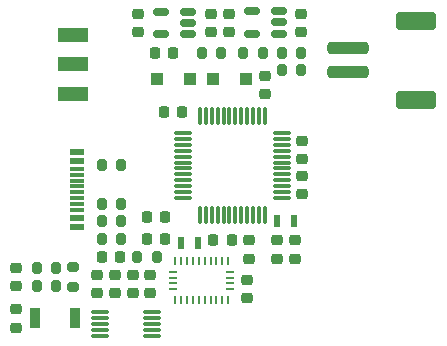
<source format=gtp>
%TF.GenerationSoftware,KiCad,Pcbnew,(7.0.0-0)*%
%TF.CreationDate,2023-03-07T12:57:00-05:00*%
%TF.ProjectId,Spatial Sense Module,53706174-6961-46c2-9053-656e7365204d,rev?*%
%TF.SameCoordinates,Original*%
%TF.FileFunction,Paste,Top*%
%TF.FilePolarity,Positive*%
%FSLAX46Y46*%
G04 Gerber Fmt 4.6, Leading zero omitted, Abs format (unit mm)*
G04 Created by KiCad (PCBNEW (7.0.0-0)) date 2023-03-07 12:57:00*
%MOMM*%
%LPD*%
G01*
G04 APERTURE LIST*
G04 Aperture macros list*
%AMRoundRect*
0 Rectangle with rounded corners*
0 $1 Rounding radius*
0 $2 $3 $4 $5 $6 $7 $8 $9 X,Y pos of 4 corners*
0 Add a 4 corners polygon primitive as box body*
4,1,4,$2,$3,$4,$5,$6,$7,$8,$9,$2,$3,0*
0 Add four circle primitives for the rounded corners*
1,1,$1+$1,$2,$3*
1,1,$1+$1,$4,$5*
1,1,$1+$1,$6,$7*
1,1,$1+$1,$8,$9*
0 Add four rect primitives between the rounded corners*
20,1,$1+$1,$2,$3,$4,$5,0*
20,1,$1+$1,$4,$5,$6,$7,0*
20,1,$1+$1,$6,$7,$8,$9,0*
20,1,$1+$1,$8,$9,$2,$3,0*%
G04 Aperture macros list end*
%ADD10RoundRect,0.250001X1.449999X-0.499999X1.449999X0.499999X-1.449999X0.499999X-1.449999X-0.499999X0*%
%ADD11RoundRect,0.250000X1.500000X-0.250000X1.500000X0.250000X-1.500000X0.250000X-1.500000X-0.250000X0*%
%ADD12RoundRect,0.225000X0.250000X-0.225000X0.250000X0.225000X-0.250000X0.225000X-0.250000X-0.225000X0*%
%ADD13RoundRect,0.225000X0.225000X0.250000X-0.225000X0.250000X-0.225000X-0.250000X0.225000X-0.250000X0*%
%ADD14RoundRect,0.225000X-0.225000X-0.250000X0.225000X-0.250000X0.225000X0.250000X-0.225000X0.250000X0*%
%ADD15RoundRect,0.225000X-0.250000X0.225000X-0.250000X-0.225000X0.250000X-0.225000X0.250000X0.225000X0*%
%ADD16RoundRect,0.250000X-0.300000X-0.300000X0.300000X-0.300000X0.300000X0.300000X-0.300000X0.300000X0*%
%ADD17RoundRect,0.200000X-0.200000X-0.275000X0.200000X-0.275000X0.200000X0.275000X-0.200000X0.275000X0*%
%ADD18R,2.500000X1.250000*%
%ADD19RoundRect,0.075000X-0.650000X-0.075000X0.650000X-0.075000X0.650000X0.075000X-0.650000X0.075000X0*%
%ADD20RoundRect,0.200000X0.200000X0.275000X-0.200000X0.275000X-0.200000X-0.275000X0.200000X-0.275000X0*%
%ADD21R,0.254000X0.675000*%
%ADD22R,0.675000X0.254000*%
%ADD23RoundRect,0.250000X0.300000X0.300000X-0.300000X0.300000X-0.300000X-0.300000X0.300000X-0.300000X0*%
%ADD24RoundRect,0.150000X0.512500X0.150000X-0.512500X0.150000X-0.512500X-0.150000X0.512500X-0.150000X0*%
%ADD25RoundRect,0.075000X0.662500X0.075000X-0.662500X0.075000X-0.662500X-0.075000X0.662500X-0.075000X0*%
%ADD26RoundRect,0.075000X0.075000X0.662500X-0.075000X0.662500X-0.075000X-0.662500X0.075000X-0.662500X0*%
%ADD27RoundRect,0.218750X0.256250X-0.218750X0.256250X0.218750X-0.256250X0.218750X-0.256250X-0.218750X0*%
%ADD28R,0.600000X1.100000*%
%ADD29R,1.150000X0.600000*%
%ADD30R,1.150000X0.300000*%
%ADD31R,0.900000X1.700000*%
%ADD32RoundRect,0.200000X0.275000X-0.200000X0.275000X0.200000X-0.275000X0.200000X-0.275000X-0.200000X0*%
G04 APERTURE END LIST*
D10*
%TO.C,J2*%
X213050000Y-131000000D03*
X213050000Y-124300000D03*
D11*
X207300000Y-126650000D03*
X207300000Y-128650000D03*
%TD*%
D12*
%TO.C,C3*%
X189050000Y-147375000D03*
X189050000Y-145825000D03*
%TD*%
%TO.C,C23*%
X200250000Y-130550000D03*
X200250000Y-129000000D03*
%TD*%
D13*
%TO.C,C22*%
X191825000Y-140950000D03*
X190275000Y-140950000D03*
%TD*%
D14*
%TO.C,C9*%
X190950000Y-127000000D03*
X192500000Y-127000000D03*
%TD*%
D12*
%TO.C,C1*%
X190550000Y-147375000D03*
X190550000Y-145825000D03*
%TD*%
%TO.C,C5*%
X186050000Y-147375000D03*
X186050000Y-145825000D03*
%TD*%
D15*
%TO.C,C12*%
X203380000Y-137465000D03*
X203380000Y-139015000D03*
%TD*%
D12*
%TO.C,C18*%
X202800000Y-144450000D03*
X202800000Y-142900000D03*
%TD*%
D14*
%TO.C,C4*%
X186475000Y-144300000D03*
X188025000Y-144300000D03*
%TD*%
D12*
%TO.C,C24*%
X203380000Y-136055000D03*
X203380000Y-134505000D03*
%TD*%
D16*
%TO.C,D2*%
X195850000Y-129250000D03*
X198650000Y-129250000D03*
%TD*%
D17*
%TO.C,R6*%
X180935000Y-146730000D03*
X182585000Y-146730000D03*
%TD*%
D15*
%TO.C,C16*%
X203300000Y-123725000D03*
X203300000Y-125275000D03*
%TD*%
D17*
%TO.C,R3*%
X189425000Y-144300000D03*
X191075000Y-144300000D03*
%TD*%
%TO.C,R4*%
X194925000Y-127000000D03*
X196575000Y-127000000D03*
%TD*%
D18*
%TO.C,SW2*%
X183999999Y-125499999D03*
X183999999Y-127999999D03*
X183999999Y-130499999D03*
%TD*%
D17*
%TO.C,R1*%
X186425000Y-142800000D03*
X188075000Y-142800000D03*
%TD*%
D19*
%TO.C,U1*%
X186300000Y-149000000D03*
X186300000Y-149500000D03*
X186300000Y-150000000D03*
X186300000Y-150500000D03*
X186300000Y-151000000D03*
X190700000Y-151000000D03*
X190700000Y-150500000D03*
X190700000Y-150000000D03*
X190700000Y-149500000D03*
X190700000Y-149000000D03*
%TD*%
D20*
%TO.C,R7*%
X203325000Y-127000000D03*
X201675000Y-127000000D03*
%TD*%
D12*
%TO.C,C14*%
X197200000Y-125275000D03*
X197200000Y-123725000D03*
%TD*%
%TO.C,C2*%
X187550000Y-147375000D03*
X187550000Y-145825000D03*
%TD*%
D21*
%TO.C,U2*%
X192649999Y-144637499D03*
D22*
X192512499Y-145549999D03*
X192512499Y-146049999D03*
X192512499Y-146549999D03*
X192512499Y-147049999D03*
D21*
X192649999Y-147962499D03*
X193149999Y-147962499D03*
X193649999Y-147962499D03*
X194149999Y-147962499D03*
X194649999Y-147962499D03*
X195149999Y-147962499D03*
X195649999Y-147962499D03*
X196149999Y-147962499D03*
X196649999Y-147962499D03*
X197149999Y-147962499D03*
D22*
X197287499Y-147049999D03*
X197287499Y-146549999D03*
X197287499Y-146049999D03*
X197287499Y-145549999D03*
D21*
X197149999Y-144637499D03*
X196649999Y-144637499D03*
X196149999Y-144637499D03*
X195649999Y-144637499D03*
X195149999Y-144637499D03*
X194649999Y-144637499D03*
X194149999Y-144637499D03*
X193649999Y-144637499D03*
X193149999Y-144637499D03*
%TD*%
D15*
%TO.C,C11*%
X198750000Y-147825000D03*
X198750000Y-146275000D03*
%TD*%
D23*
%TO.C,D1*%
X193900000Y-129250000D03*
X191100000Y-129250000D03*
%TD*%
D13*
%TO.C,C7*%
X197450000Y-142850000D03*
X195900000Y-142850000D03*
%TD*%
D17*
%TO.C,R5*%
X201675000Y-128500000D03*
X203325000Y-128500000D03*
%TD*%
D24*
%TO.C,U3*%
X193750000Y-125450000D03*
X193750000Y-124500000D03*
X193750000Y-123550000D03*
X191475000Y-123550000D03*
X191475000Y-125450000D03*
%TD*%
D12*
%TO.C,C17*%
X201300000Y-144450000D03*
X201300000Y-142900000D03*
%TD*%
D25*
%TO.C,U6*%
X201662500Y-139320000D03*
X201662500Y-138820000D03*
X201662500Y-138320000D03*
X201662500Y-137820000D03*
X201662500Y-137320000D03*
X201662500Y-136820000D03*
X201662500Y-136320000D03*
X201662500Y-135820000D03*
X201662500Y-135320000D03*
X201662500Y-134820000D03*
X201662500Y-134320000D03*
X201662500Y-133820000D03*
D26*
X200250000Y-132407500D03*
X199750000Y-132407500D03*
X199250000Y-132407500D03*
X198750000Y-132407500D03*
X198250000Y-132407500D03*
X197750000Y-132407500D03*
X197250000Y-132407500D03*
X196750000Y-132407500D03*
X196250000Y-132407500D03*
X195750000Y-132407500D03*
X195250000Y-132407500D03*
X194750000Y-132407500D03*
D25*
X193337500Y-133820000D03*
X193337500Y-134320000D03*
X193337500Y-134820000D03*
X193337500Y-135320000D03*
X193337500Y-135820000D03*
X193337500Y-136320000D03*
X193337500Y-136820000D03*
X193337500Y-137320000D03*
X193337500Y-137820000D03*
X193337500Y-138320000D03*
X193337500Y-138820000D03*
X193337500Y-139320000D03*
D26*
X194750000Y-140732500D03*
X195250000Y-140732500D03*
X195750000Y-140732500D03*
X196250000Y-140732500D03*
X196750000Y-140732500D03*
X197250000Y-140732500D03*
X197750000Y-140732500D03*
X198250000Y-140732500D03*
X198750000Y-140732500D03*
X199250000Y-140732500D03*
X199750000Y-140732500D03*
X200250000Y-140732500D03*
%TD*%
D27*
%TO.C,D4*%
X179200000Y-146787500D03*
X179200000Y-145212500D03*
%TD*%
D13*
%TO.C,C13*%
X193275000Y-132000000D03*
X191725000Y-132000000D03*
%TD*%
D28*
%TO.C,X1*%
X194549999Y-143099999D03*
X193149999Y-143099999D03*
%TD*%
D17*
%TO.C,R12*%
X186425000Y-139840000D03*
X188075000Y-139840000D03*
%TD*%
D29*
%TO.C,J3*%
X184379999Y-135389999D03*
X184379999Y-136189999D03*
D30*
X184379999Y-137339999D03*
X184379999Y-138339999D03*
X184379999Y-138839999D03*
X184379999Y-139839999D03*
D29*
X184379999Y-140989999D03*
X184379999Y-141789999D03*
X184379999Y-141789999D03*
X184379999Y-140989999D03*
D30*
X184379999Y-140339999D03*
X184379999Y-139339999D03*
X184379999Y-137839999D03*
X184379999Y-136839999D03*
D29*
X184379999Y-136189999D03*
X184379999Y-135389999D03*
%TD*%
D28*
%TO.C,X2*%
X201299999Y-141249999D03*
X202699999Y-141249999D03*
%TD*%
D31*
%TO.C,SW1*%
X184199999Y-149449999D03*
X180799999Y-149449999D03*
%TD*%
D27*
%TO.C,D3*%
X179200000Y-150287500D03*
X179200000Y-148712500D03*
%TD*%
D17*
%TO.C,R2*%
X186425000Y-141300000D03*
X188075000Y-141300000D03*
%TD*%
D20*
%TO.C,R11*%
X182575000Y-145250000D03*
X180925000Y-145250000D03*
%TD*%
D17*
%TO.C,R13*%
X186425000Y-136550000D03*
X188075000Y-136550000D03*
%TD*%
D32*
%TO.C,R9*%
X184000000Y-146825000D03*
X184000000Y-145175000D03*
%TD*%
D24*
%TO.C,U4*%
X201475000Y-125400000D03*
X201475000Y-124450000D03*
X201475000Y-123500000D03*
X199200000Y-123500000D03*
X199200000Y-125400000D03*
%TD*%
D17*
%TO.C,R8*%
X198425000Y-127000000D03*
X200075000Y-127000000D03*
%TD*%
D14*
%TO.C,C6*%
X190275000Y-142830000D03*
X191825000Y-142830000D03*
%TD*%
D12*
%TO.C,C15*%
X198900000Y-144450000D03*
X198900000Y-142900000D03*
%TD*%
%TO.C,C10*%
X189500000Y-125275000D03*
X189500000Y-123725000D03*
%TD*%
%TO.C,C8*%
X195700000Y-125275000D03*
X195700000Y-123725000D03*
%TD*%
M02*

</source>
